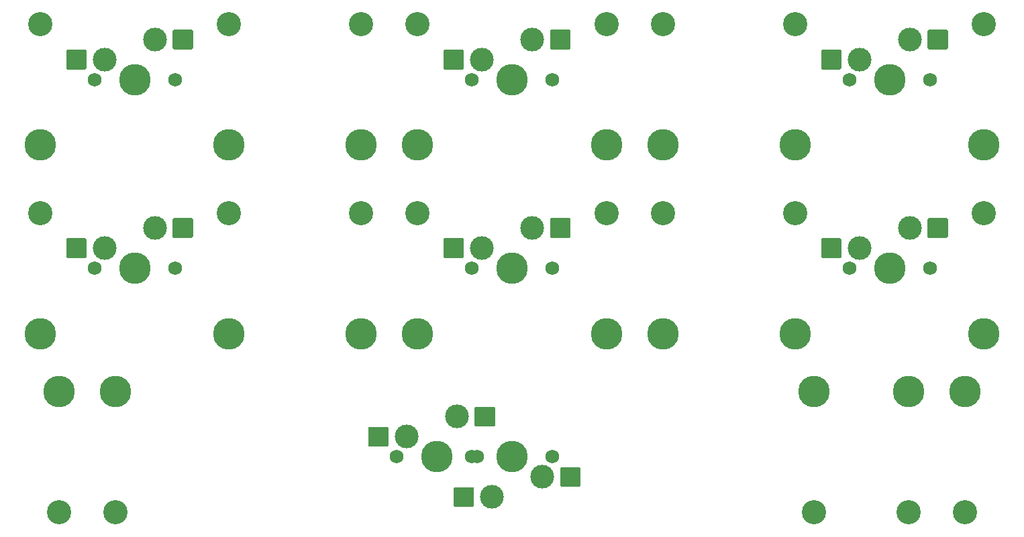
<source format=gbs>
G04 #@! TF.GenerationSoftware,KiCad,Pcbnew,(5.1.10)-1*
G04 #@! TF.CreationDate,2021-07-13T16:41:47+02:00*
G04 #@! TF.ProjectId,stab_tester,73746162-5f74-4657-9374-65722e6b6963,rev?*
G04 #@! TF.SameCoordinates,Original*
G04 #@! TF.FileFunction,Soldermask,Bot*
G04 #@! TF.FilePolarity,Negative*
%FSLAX46Y46*%
G04 Gerber Fmt 4.6, Leading zero omitted, Abs format (unit mm)*
G04 Created by KiCad (PCBNEW (5.1.10)-1) date 2021-07-13 16:41:47*
%MOMM*%
%LPD*%
G01*
G04 APERTURE LIST*
%ADD10C,3.987800*%
%ADD11C,3.048000*%
%ADD12C,3.000000*%
%ADD13C,1.750000*%
G04 APERTURE END LIST*
D10*
G04 #@! TO.C,REF\u002A\u002A*
X88138000Y-57912000D03*
X126238000Y-57912000D03*
D11*
X88138000Y-42672000D03*
X126238000Y-42672000D03*
G04 #@! TD*
G04 #@! TO.C,REF\u002A\u002A*
G36*
G01*
X64378000Y-69514500D02*
X64378000Y-67264500D01*
G75*
G02*
X64503000Y-67139500I125000J0D01*
G01*
X66803000Y-67139500D01*
G75*
G02*
X66928000Y-67264500I0J-125000D01*
G01*
X66928000Y-69514500D01*
G75*
G02*
X66803000Y-69639500I-125000J0D01*
G01*
X64503000Y-69639500D01*
G75*
G02*
X64378000Y-69514500I0J125000D01*
G01*
G37*
G36*
G01*
X50928000Y-72054500D02*
X50928000Y-69804500D01*
G75*
G02*
X51053000Y-69679500I125000J0D01*
G01*
X53353000Y-69679500D01*
G75*
G02*
X53478000Y-69804500I0J-125000D01*
G01*
X53478000Y-72054500D01*
G75*
G02*
X53353000Y-72179500I-125000J0D01*
G01*
X51053000Y-72179500D01*
G75*
G02*
X50928000Y-72054500I0J125000D01*
G01*
G37*
D12*
X62103000Y-68389500D03*
X55753000Y-70929500D03*
D13*
X54483000Y-73469500D03*
X64643000Y-73469500D03*
D10*
X59563000Y-73469500D03*
G04 #@! TD*
G04 #@! TO.C,REF\u002A\u002A*
G36*
G01*
X112003000Y-69514500D02*
X112003000Y-67264500D01*
G75*
G02*
X112128000Y-67139500I125000J0D01*
G01*
X114428000Y-67139500D01*
G75*
G02*
X114553000Y-67264500I0J-125000D01*
G01*
X114553000Y-69514500D01*
G75*
G02*
X114428000Y-69639500I-125000J0D01*
G01*
X112128000Y-69639500D01*
G75*
G02*
X112003000Y-69514500I0J125000D01*
G01*
G37*
G36*
G01*
X98553000Y-72054500D02*
X98553000Y-69804500D01*
G75*
G02*
X98678000Y-69679500I125000J0D01*
G01*
X100978000Y-69679500D01*
G75*
G02*
X101103000Y-69804500I0J-125000D01*
G01*
X101103000Y-72054500D01*
G75*
G02*
X100978000Y-72179500I-125000J0D01*
G01*
X98678000Y-72179500D01*
G75*
G02*
X98553000Y-72054500I0J125000D01*
G01*
G37*
D12*
X109728000Y-68389500D03*
X103378000Y-70929500D03*
D13*
X102108000Y-73469500D03*
X112268000Y-73469500D03*
D10*
X107188000Y-73469500D03*
G04 #@! TD*
G04 #@! TO.C,REF\u002A\u002A*
G36*
G01*
X159628000Y-69514500D02*
X159628000Y-67264500D01*
G75*
G02*
X159753000Y-67139500I125000J0D01*
G01*
X162053000Y-67139500D01*
G75*
G02*
X162178000Y-67264500I0J-125000D01*
G01*
X162178000Y-69514500D01*
G75*
G02*
X162053000Y-69639500I-125000J0D01*
G01*
X159753000Y-69639500D01*
G75*
G02*
X159628000Y-69514500I0J125000D01*
G01*
G37*
G36*
G01*
X146178000Y-72054500D02*
X146178000Y-69804500D01*
G75*
G02*
X146303000Y-69679500I125000J0D01*
G01*
X148603000Y-69679500D01*
G75*
G02*
X148728000Y-69804500I0J-125000D01*
G01*
X148728000Y-72054500D01*
G75*
G02*
X148603000Y-72179500I-125000J0D01*
G01*
X146303000Y-72179500D01*
G75*
G02*
X146178000Y-72054500I0J125000D01*
G01*
G37*
D12*
X157353000Y-68389500D03*
X151003000Y-70929500D03*
D13*
X149733000Y-73469500D03*
X159893000Y-73469500D03*
D10*
X154813000Y-73469500D03*
G04 #@! TD*
G04 #@! TO.C,REF\u002A\u002A*
G36*
G01*
X159628000Y-45702000D02*
X159628000Y-43452000D01*
G75*
G02*
X159753000Y-43327000I125000J0D01*
G01*
X162053000Y-43327000D01*
G75*
G02*
X162178000Y-43452000I0J-125000D01*
G01*
X162178000Y-45702000D01*
G75*
G02*
X162053000Y-45827000I-125000J0D01*
G01*
X159753000Y-45827000D01*
G75*
G02*
X159628000Y-45702000I0J125000D01*
G01*
G37*
G36*
G01*
X146178000Y-48242000D02*
X146178000Y-45992000D01*
G75*
G02*
X146303000Y-45867000I125000J0D01*
G01*
X148603000Y-45867000D01*
G75*
G02*
X148728000Y-45992000I0J-125000D01*
G01*
X148728000Y-48242000D01*
G75*
G02*
X148603000Y-48367000I-125000J0D01*
G01*
X146303000Y-48367000D01*
G75*
G02*
X146178000Y-48242000I0J125000D01*
G01*
G37*
D12*
X157353000Y-44577000D03*
X151003000Y-47117000D03*
D13*
X149733000Y-49657000D03*
X159893000Y-49657000D03*
D10*
X154813000Y-49657000D03*
G04 #@! TD*
G04 #@! TO.C,REF\u002A\u002A*
G36*
G01*
X112003000Y-45702000D02*
X112003000Y-43452000D01*
G75*
G02*
X112128000Y-43327000I125000J0D01*
G01*
X114428000Y-43327000D01*
G75*
G02*
X114553000Y-43452000I0J-125000D01*
G01*
X114553000Y-45702000D01*
G75*
G02*
X114428000Y-45827000I-125000J0D01*
G01*
X112128000Y-45827000D01*
G75*
G02*
X112003000Y-45702000I0J125000D01*
G01*
G37*
G36*
G01*
X98553000Y-48242000D02*
X98553000Y-45992000D01*
G75*
G02*
X98678000Y-45867000I125000J0D01*
G01*
X100978000Y-45867000D01*
G75*
G02*
X101103000Y-45992000I0J-125000D01*
G01*
X101103000Y-48242000D01*
G75*
G02*
X100978000Y-48367000I-125000J0D01*
G01*
X98678000Y-48367000D01*
G75*
G02*
X98553000Y-48242000I0J125000D01*
G01*
G37*
D12*
X109728000Y-44577000D03*
X103378000Y-47117000D03*
D13*
X102108000Y-49657000D03*
X112268000Y-49657000D03*
D10*
X107188000Y-49657000D03*
G04 #@! TD*
G04 #@! TO.C,REF\u002A\u002A*
G36*
G01*
X64378000Y-45702000D02*
X64378000Y-43452000D01*
G75*
G02*
X64503000Y-43327000I125000J0D01*
G01*
X66803000Y-43327000D01*
G75*
G02*
X66928000Y-43452000I0J-125000D01*
G01*
X66928000Y-45702000D01*
G75*
G02*
X66803000Y-45827000I-125000J0D01*
G01*
X64503000Y-45827000D01*
G75*
G02*
X64378000Y-45702000I0J125000D01*
G01*
G37*
G36*
G01*
X50928000Y-48242000D02*
X50928000Y-45992000D01*
G75*
G02*
X51053000Y-45867000I125000J0D01*
G01*
X53353000Y-45867000D01*
G75*
G02*
X53478000Y-45992000I0J-125000D01*
G01*
X53478000Y-48242000D01*
G75*
G02*
X53353000Y-48367000I-125000J0D01*
G01*
X51053000Y-48367000D01*
G75*
G02*
X50928000Y-48242000I0J125000D01*
G01*
G37*
D12*
X62103000Y-44577000D03*
X55753000Y-47117000D03*
D13*
X54483000Y-49657000D03*
X64643000Y-49657000D03*
D10*
X59563000Y-49657000D03*
G04 #@! TD*
G04 #@! TO.C,REF\u002A\u002A*
X97663000Y-97282000D03*
D13*
X102743000Y-97282000D03*
X92583000Y-97282000D03*
D12*
X93853000Y-94742000D03*
X100203000Y-92202000D03*
G36*
G01*
X89028000Y-95867000D02*
X89028000Y-93617000D01*
G75*
G02*
X89153000Y-93492000I125000J0D01*
G01*
X91453000Y-93492000D01*
G75*
G02*
X91578000Y-93617000I0J-125000D01*
G01*
X91578000Y-95867000D01*
G75*
G02*
X91453000Y-95992000I-125000J0D01*
G01*
X89153000Y-95992000D01*
G75*
G02*
X89028000Y-95867000I0J125000D01*
G01*
G37*
G36*
G01*
X102478000Y-93327000D02*
X102478000Y-91077000D01*
G75*
G02*
X102603000Y-90952000I125000J0D01*
G01*
X104903000Y-90952000D01*
G75*
G02*
X105028000Y-91077000I0J-125000D01*
G01*
X105028000Y-93327000D01*
G75*
G02*
X104903000Y-93452000I-125000J0D01*
G01*
X102603000Y-93452000D01*
G75*
G02*
X102478000Y-93327000I0J125000D01*
G01*
G37*
G04 #@! TD*
D10*
G04 #@! TO.C,REF\u002A\u002A*
X107188000Y-97282000D03*
D13*
X102108000Y-97282000D03*
X112268000Y-97282000D03*
D12*
X110998000Y-99822000D03*
X104648000Y-102362000D03*
G36*
G01*
X115823000Y-98697000D02*
X115823000Y-100947000D01*
G75*
G02*
X115698000Y-101072000I-125000J0D01*
G01*
X113398000Y-101072000D01*
G75*
G02*
X113273000Y-100947000I0J125000D01*
G01*
X113273000Y-98697000D01*
G75*
G02*
X113398000Y-98572000I125000J0D01*
G01*
X115698000Y-98572000D01*
G75*
G02*
X115823000Y-98697000I0J-125000D01*
G01*
G37*
G36*
G01*
X102373000Y-101237000D02*
X102373000Y-103487000D01*
G75*
G02*
X102248000Y-103612000I-125000J0D01*
G01*
X99948000Y-103612000D01*
G75*
G02*
X99823000Y-103487000I0J125000D01*
G01*
X99823000Y-101237000D01*
G75*
G02*
X99948000Y-101112000I125000J0D01*
G01*
X102248000Y-101112000D01*
G75*
G02*
X102373000Y-101237000I0J-125000D01*
G01*
G37*
G04 #@! TD*
D10*
G04 #@! TO.C,REF\u002A\u002A*
X50038000Y-89027000D03*
X145288000Y-89027000D03*
D11*
X145288000Y-104267000D03*
X50038000Y-104267000D03*
G04 #@! TD*
D10*
G04 #@! TO.C,REF\u002A\u002A*
X157194250Y-89027000D03*
D11*
X157194250Y-104267000D03*
X57181750Y-104267000D03*
D10*
X57181750Y-89027000D03*
G04 #@! TD*
G04 #@! TO.C,REF\u002A\u002A*
X50038000Y-89027000D03*
D11*
X50038000Y-104267000D03*
X164338000Y-104267000D03*
D10*
X164338000Y-89027000D03*
G04 #@! TD*
D11*
G04 #@! TO.C,REF\u002A\u002A*
X126238000Y-66484501D03*
X88138000Y-66484501D03*
D10*
X126238000Y-81724501D03*
X88138000Y-81724501D03*
G04 #@! TD*
G04 #@! TO.C,REF\u002A\u002A*
X95281750Y-81724500D03*
D11*
X95281750Y-66484500D03*
X119094250Y-66484500D03*
D10*
X119094250Y-81724500D03*
G04 #@! TD*
G04 #@! TO.C,REF\u002A\u002A*
X95281750Y-57912000D03*
D11*
X95281750Y-42672000D03*
X119094250Y-42672000D03*
D10*
X119094250Y-57912000D03*
G04 #@! TD*
G04 #@! TO.C,REF\u002A\u002A*
X142906750Y-57912000D03*
D11*
X142906750Y-42672000D03*
X166719250Y-42672000D03*
D10*
X166719250Y-57912000D03*
G04 #@! TD*
G04 #@! TO.C,REF\u002A\u002A*
X142906750Y-81724500D03*
D11*
X142906750Y-66484500D03*
X166719250Y-66484500D03*
D10*
X166719250Y-81724500D03*
G04 #@! TD*
G04 #@! TO.C,REF\u002A\u002A*
X71469250Y-81724500D03*
D11*
X71469250Y-66484500D03*
X47656750Y-66484500D03*
D10*
X47656750Y-81724500D03*
G04 #@! TD*
G04 #@! TO.C,REF\u002A\u002A*
X71469250Y-57912000D03*
D11*
X71469250Y-42672000D03*
X47656750Y-42672000D03*
D10*
X47656750Y-57912000D03*
G04 #@! TD*
M02*

</source>
